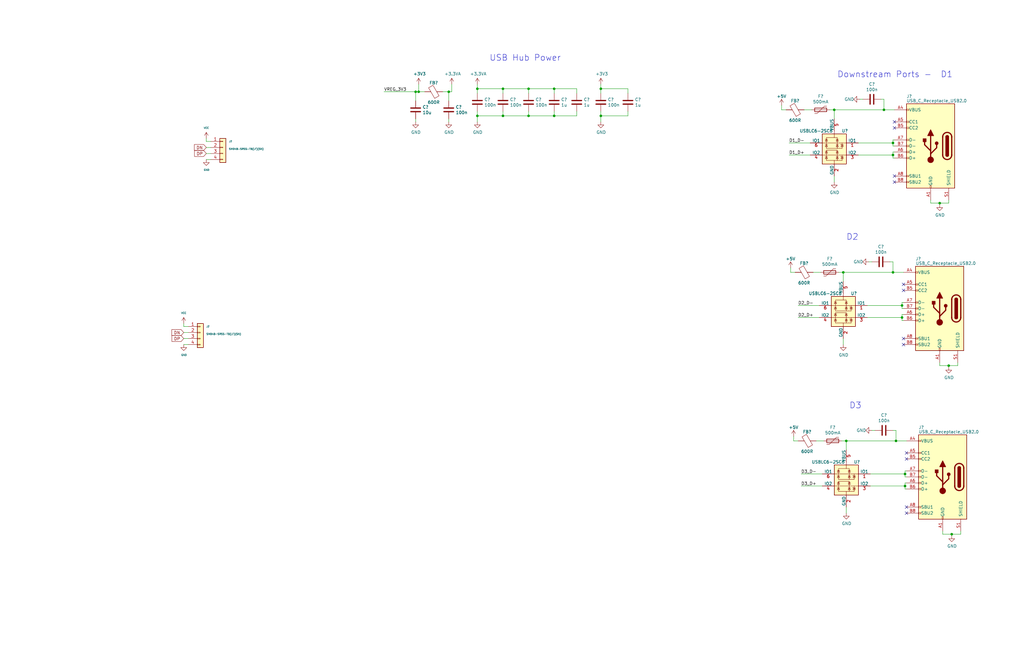
<source format=kicad_sch>
(kicad_sch (version 20211123) (generator eeschema)
  (paper "USLedger")
  (lib_symbols
    (symbol "Connector:USB_C_Receptacle_USB2.0" (pin_names (offset 1.016))
      (property "Reference" "J" (at -10.16 19.05 0))
      (property "Value" "USB_C_Receptacle_USB2.0" (at 19.05 19.05 0))
      (symbol "USB_C_Receptacle_USB2.0_0_0"
        (rectangle (start -0.254 -17.78) (end 0.254 -16.764))
        (rectangle (start 10.16 -14.986) (end 9.144 -15.494))
        (rectangle (start 10.16 -12.446) (end 9.144 -12.954))
        (rectangle (start 10.16 -4.826) (end 9.144 -5.334))
        (rectangle (start 10.16 -2.286) (end 9.144 -2.794))
        (rectangle (start 10.16 0.254) (end 9.144 -0.254))
        (rectangle (start 10.16 2.794) (end 9.144 2.286))
        (rectangle (start 10.16 7.874) (end 9.144 7.366))
        (rectangle (start 10.16 10.414) (end 9.144 9.906))
        (rectangle (start 10.16 15.494) (end 9.144 14.986))
      )
      (symbol "USB_C_Receptacle_USB2.0_0_1"
        (rectangle (start -10.16 17.78) (end 10.16 -17.78) (stroke (width 0.254)) (fill (type background)))
        (arc (start -8.89 -3.81) (mid -6.985 -5.715) (end -5.08 -3.81) (stroke (width 0.508)))
        (arc (start -7.62 -3.81) (mid -6.985 -4.445) (end -6.35 -3.81) (stroke (width 0.254)))
        (arc (start -7.62 -3.81) (mid -6.985 -4.445) (end -6.35 -3.81) (stroke (width 0.254)) (fill (type outline)))
        (rectangle (start -7.62 -3.81) (end -6.35 3.81) (stroke (width 0.254)) (fill (type outline)))
        (arc (start -6.35 3.81) (mid -6.985 4.445) (end -7.62 3.81) (stroke (width 0.254)))
        (arc (start -6.35 3.81) (mid -6.985 4.445) (end -7.62 3.81) (stroke (width 0.254)) (fill (type outline)))
        (arc (start -5.08 3.81) (mid -6.985 5.715) (end -8.89 3.81) (stroke (width 0.508)))
        (circle (center -2.54 1.143) (radius 0.635) (stroke (width 0.254)) (fill (type outline)))
        (circle (center 0 -5.842) (radius 1.27) (fill (type outline)))
        (polyline (pts (xy -8.89 -3.81) (xy -8.89 3.81)) (stroke (width 0.508)))
        (polyline (pts (xy -5.08 3.81) (xy -5.08 -3.81)) (stroke (width 0.508)))
        (polyline (pts (xy 0 -5.842) (xy 0 4.318)) (stroke (width 0.508)))
        (polyline (pts (xy 0 -3.302) (xy -2.54 -0.762) (xy -2.54 0.508)) (stroke (width 0.508)))
        (polyline (pts (xy 0 -2.032) (xy 2.54 0.508) (xy 2.54 1.778)) (stroke (width 0.508)))
        (polyline (pts (xy -1.27 4.318) (xy 0 6.858) (xy 1.27 4.318) (xy -1.27 4.318)) (stroke (width 0.254)) (fill (type outline)))
        (rectangle (start 1.905 1.778) (end 3.175 3.048) (stroke (width 0.254)) (fill (type outline)))
      )
      (symbol "USB_C_Receptacle_USB2.0_1_1"
        (pin passive line (at 0 -22.86 90) (length 5.08) (name "GND") (number "A1"))
        (pin passive line (at 0 -22.86 90) (length 5.08) hide (name "GND") (number "A12"))
        (pin passive line (at 15.24 15.24 180) (length 5.08) (name "VBUS") (number "A4"))
        (pin bidirectional line (at 15.24 10.16 180) (length 5.08) (name "CC1") (number "A5"))
        (pin bidirectional line (at 15.24 -2.54 180) (length 5.08) (name "D+") (number "A6"))
        (pin bidirectional line (at 15.24 2.54 180) (length 5.08) (name "D-") (number "A7"))
        (pin bidirectional line (at 15.24 -12.7 180) (length 5.08) (name "SBU1") (number "A8"))
        (pin passive line (at 15.24 15.24 180) (length 5.08) hide (name "VBUS") (number "A9"))
        (pin passive line (at 0 -22.86 90) (length 5.08) hide (name "GND") (number "B1"))
        (pin passive line (at 0 -22.86 90) (length 5.08) hide (name "GND") (number "B12"))
        (pin passive line (at 15.24 15.24 180) (length 5.08) hide (name "VBUS") (number "B4"))
        (pin bidirectional line (at 15.24 7.62 180) (length 5.08) (name "CC2") (number "B5"))
        (pin bidirectional line (at 15.24 -5.08 180) (length 5.08) (name "D+") (number "B6"))
        (pin bidirectional line (at 15.24 0 180) (length 5.08) (name "D-") (number "B7"))
        (pin bidirectional line (at 15.24 -15.24 180) (length 5.08) (name "SBU2") (number "B8"))
        (pin passive line (at 15.24 15.24 180) (length 5.08) hide (name "VBUS") (number "B9"))
        (pin passive line (at -7.62 -22.86 90) (length 5.08) (name "SHIELD") (number "S1"))
      )
    )
    (symbol "Connector_Generic:Conn_01x04" (pin_names (offset 1.016) hide)
      (property "Reference" "J" (at 0 5.08 0))
      (property "Value" "Conn_01x04" (at 0 -7.62 0))
      (symbol "Conn_01x04_1_1"
        (rectangle (start -1.27 -4.953) (end 0 -5.207) (stroke (width 0.1524)))
        (rectangle (start -1.27 -2.413) (end 0 -2.667) (stroke (width 0.1524)))
        (rectangle (start -1.27 0.127) (end 0 -0.127) (stroke (width 0.1524)))
        (rectangle (start -1.27 2.667) (end 0 2.413) (stroke (width 0.1524)))
        (rectangle (start -1.27 3.81) (end 1.27 -6.35) (stroke (width 0.254)) (fill (type background)))
        (pin passive line (at -5.08 2.54 0) (length 3.81) (name "Pin_1") (number "1"))
        (pin passive line (at -5.08 0 0) (length 3.81) (name "Pin_2") (number "2"))
        (pin passive line (at -5.08 -2.54 0) (length 3.81) (name "Pin_3") (number "3"))
        (pin passive line (at -5.08 -5.08 0) (length 3.81) (name "Pin_4") (number "4"))
      )
    )
    (symbol "Device:C" (pin_numbers hide) (pin_names (offset 0.254))
      (property "Reference" "C" (at 0.635 2.54 0))
      (property "Value" "C" (at 0.635 -2.54 0))
      (symbol "C_0_1"
        (polyline (pts (xy -2.032 -0.762) (xy 2.032 -0.762)) (stroke (width 0.508)))
        (polyline (pts (xy -2.032 0.762) (xy 2.032 0.762)) (stroke (width 0.508)))
      )
      (symbol "C_1_1"
        (pin passive line (at 0 3.81 270) (length 2.794) (name "~") (number "1"))
        (pin passive line (at 0 -3.81 90) (length 2.794) (name "~") (number "2"))
      )
    )
    (symbol "Device:Polyfuse" (pin_numbers hide) (pin_names (offset 0))
      (property "Reference" "F" (at -2.54 0 90))
      (property "Value" "Polyfuse" (at 2.54 0 90))
      (symbol "Polyfuse_0_1"
        (rectangle (start -0.762 2.54) (end 0.762 -2.54) (stroke (width 0.254)))
        (polyline (pts (xy 0 2.54) (xy 0 -2.54)))
        (polyline (pts (xy -1.524 2.54) (xy -1.524 1.524) (xy 1.524 -1.524) (xy 1.524 -2.54)))
      )
      (symbol "Polyfuse_1_1"
        (pin passive line (at 0 3.81 270) (length 1.27) (name "~") (number "1"))
        (pin passive line (at 0 -3.81 90) (length 1.27) (name "~") (number "2"))
      )
    )
    (symbol "josh-ic:USBLC6-2SC6" (pin_names (offset 0))
      (property "Reference" "U" (at -7.62 8.89 0))
      (property "Value" "josh-ic_USBLC6-2SC6" (at 7.62 7.62 0))
      (symbol "USBLC6-2SC6_0_1"
        (rectangle (start -5.08 -6.35) (end 5.08 6.35) (stroke (width 0.254)) (fill (type background)))
        (polyline (pts (xy -5.08 -2.54) (xy 5.08 -2.54)))
        (polyline (pts (xy 5.08 2.54) (xy -5.08 2.54)))
      )
      (symbol "USBLC6-2SC6_1_1"
        (polyline (pts (xy 0 4.826) (xy 0 7.62)))
        (polyline (pts (xy -3.302 -4.826) (xy -1.27 -4.826) (xy -1.27 -4.826)))
        (polyline (pts (xy -3.302 -3.302) (xy -3.302 -2.54) (xy -3.302 -2.54)))
        (polyline (pts (xy -3.302 0.254) (xy -3.302 1.778) (xy -3.302 1.016)))
        (polyline (pts (xy -3.302 0.254) (xy -1.27 0.254) (xy -1.27 0.254)))
        (polyline (pts (xy -3.302 1.778) (xy -3.302 2.54) (xy -3.302 2.54)))
        (polyline (pts (xy -1.778 -3.302) (xy -1.27 -3.302) (xy -0.762 -3.302)))
        (polyline (pts (xy -1.778 -1.016) (xy -1.27 -1.016) (xy -0.762 -1.016)))
        (polyline (pts (xy -1.778 1.778) (xy -1.27 1.778) (xy -0.762 1.778)))
        (polyline (pts (xy -1.778 4.064) (xy -1.27 4.064) (xy -0.762 4.064)))
        (polyline (pts (xy -1.27 -4.826) (xy -1.27 -3.302) (xy -1.27 -4.064)))
        (polyline (pts (xy -1.27 -4.826) (xy 3.302 -4.826) (xy 3.302 -4.826)))
        (polyline (pts (xy -1.27 -1.016) (xy -1.27 -0.508) (xy -1.27 -0.508)))
        (polyline (pts (xy -1.27 -0.508) (xy 3.302 -0.508) (xy 3.302 -0.508)))
        (polyline (pts (xy -1.27 0.254) (xy -1.27 1.778) (xy -1.27 1.016)))
        (polyline (pts (xy -1.27 0.254) (xy 3.302 0.254) (xy 3.302 0.254)))
        (polyline (pts (xy 0 -6.35) (xy 0 -4.826) (xy 0 -4.826)))
        (polyline (pts (xy 2.794 -3.302) (xy 3.302 -3.302) (xy 3.81 -3.302)))
        (polyline (pts (xy 2.794 -1.016) (xy 3.302 -1.016) (xy 3.81 -1.016)))
        (polyline (pts (xy 2.794 1.778) (xy 3.302 1.778) (xy 3.81 1.778)))
        (polyline (pts (xy 2.794 4.064) (xy 3.302 4.064) (xy 3.81 4.064)))
        (polyline (pts (xy 3.302 -1.016) (xy 3.302 -0.508) (xy 3.302 -0.508)))
        (polyline (pts (xy -3.302 -4.826) (xy -3.302 -3.302) (xy -3.302 -4.064) (xy -3.302 -4.064)))
        (polyline (pts (xy 3.302 -4.826) (xy 3.302 -3.302) (xy 3.302 -4.064) (xy 3.302 -4.064)))
        (polyline (pts (xy 3.302 0.254) (xy 3.302 1.778) (xy 3.302 1.016) (xy 3.302 1.016)))
        (polyline (pts (xy -3.302 -3.302) (xy -3.81 -4.064) (xy -2.794 -4.064) (xy -3.302 -3.302) (xy -3.302 -3.302)))
        (polyline (pts (xy -3.302 1.778) (xy -3.81 1.016) (xy -2.794 1.016) (xy -3.302 1.778) (xy -3.302 1.778)))
        (polyline (pts (xy -2.794 -3.048) (xy -2.794 -3.302) (xy -3.81 -3.302) (xy -3.81 -3.556) (xy -3.81 -3.556)))
        (polyline (pts (xy -2.794 2.032) (xy -2.794 1.778) (xy -3.81 1.778) (xy -3.81 1.524) (xy -3.81 1.524)))
        (polyline (pts (xy -1.27 -3.302) (xy -1.778 -4.064) (xy -0.762 -4.064) (xy -1.27 -3.302) (xy -1.27 -3.302)))
        (polyline (pts (xy -1.27 -3.302) (xy -1.27 -1.016) (xy -1.27 -1.778) (xy -1.27 -1.778) (xy -1.27 -1.778)))
        (polyline (pts (xy -1.27 -1.016) (xy -1.778 -1.778) (xy -0.762 -1.778) (xy -1.27 -1.016) (xy -1.27 -1.016)))
        (polyline (pts (xy -1.27 1.778) (xy -1.778 1.016) (xy -0.762 1.016) (xy -1.27 1.778) (xy -1.27 1.778)))
        (polyline (pts (xy -1.27 1.778) (xy -1.27 4.064) (xy -1.27 3.302) (xy -1.27 3.302) (xy -1.27 3.302)))
        (polyline (pts (xy -1.27 4.064) (xy -1.778 3.302) (xy -0.762 3.302) (xy -1.27 4.064) (xy -1.27 4.064)))
        (polyline (pts (xy -1.27 4.064) (xy -1.27 4.826) (xy 3.302 4.826) (xy 3.302 4.064) (xy 3.302 4.064)))
        (polyline (pts (xy 3.302 -3.302) (xy 2.794 -4.064) (xy 3.81 -4.064) (xy 3.302 -3.302) (xy 3.302 -3.302)))
        (polyline (pts (xy 3.302 -3.302) (xy 3.302 -1.016) (xy 3.302 -1.778) (xy 3.302 -1.778) (xy 3.302 -1.778)))
        (polyline (pts (xy 3.302 -1.016) (xy 2.794 -1.778) (xy 3.81 -1.778) (xy 3.302 -1.016) (xy 3.302 -1.016)))
        (polyline (pts (xy 3.302 1.778) (xy 2.794 1.016) (xy 3.81 1.016) (xy 3.302 1.778) (xy 3.302 1.778)))
        (polyline (pts (xy 3.302 1.778) (xy 3.302 4.064) (xy 3.302 3.302) (xy 3.302 3.302) (xy 3.302 3.302)))
        (polyline (pts (xy 3.302 4.064) (xy 2.794 3.302) (xy 3.81 3.302) (xy 3.302 4.064) (xy 3.302 4.064)))
        (pin passive line (at -10.16 2.54 0) (length 5.08) (name "IO1") (number "1"))
        (pin passive line (at 0 -11.43 90) (length 5.08) (name "GND") (number "2"))
        (pin passive line (at -10.16 -2.54 0) (length 5.08) (name "IO2") (number "3"))
        (pin passive line (at 10.16 -2.54 180) (length 5.08) (name "IO2") (number "4"))
        (pin passive line (at 0 12.7 270) (length 5.08) (name "VBUS") (number "5"))
        (pin passive line (at 10.16 2.54 180) (length 5.08) (name "IO1") (number "6"))
      )
    )
    (symbol "josh-passive:Ferrite_Bead_PWR" (pin_numbers hide) (pin_names (offset 0))
      (property "Reference" "FB" (at -2.54 1.27 0))
      (property "Value" "josh-passive_Ferrite_Bead_PWR" (at 0 3.81 0))
      (symbol "Ferrite_Bead_PWR_0_1"
        (polyline (pts (xy -1.27 0) (xy -1.2192 0)))
        (polyline (pts (xy 1.27 0) (xy 1.2954 0)))
        (polyline (pts (xy 0.4064 2.7686) (xy 2.2606 1.7018) (xy -0.3048 -2.7686) (xy -2.159 -1.6764) (xy 0.4064 2.7686)))
      )
      (symbol "Ferrite_Bead_PWR_1_1"
        (pin power_out line (at 3.81 0 180) (length 2.54) (name "~") (number "1"))
        (pin passive line (at -3.81 0 0) (length 2.54) (name "~") (number "2"))
      )
    )
    (symbol "power:+3.3V" (power) (pin_names (offset 0))
      (property "Value" "+3.3V" (at 0 3.556 0))
      (symbol "+3.3V_0_1"
        (polyline (pts (xy -0.762 1.27) (xy 0 2.54)))
        (polyline (pts (xy 0 0) (xy 0 2.54)))
        (polyline (pts (xy 0 2.54) (xy 0.762 1.27)))
      )
      (symbol "+3.3V_1_1"
        (pin power_in line (at 0 0 90) (length 0) hide (name "+3V3") (number "1"))
      )
    )
    (symbol "power:+3.3VA" (power) (pin_names (offset 0))
      (property "Value" "+3.3VA" (at 0 3.556 0))
      (symbol "+3.3VA_0_1"
        (polyline (pts (xy -0.762 1.27) (xy 0 2.54)))
        (polyline (pts (xy 0 0) (xy 0 2.54)))
        (polyline (pts (xy 0 2.54) (xy 0.762 1.27)))
      )
      (symbol "+3.3VA_1_1"
        (pin power_in line (at 0 0 90) (length 0) hide (name "+3.3VA") (number "1"))
      )
    )
    (symbol "power:+5V" (power) (pin_names (offset 0))
      (property "Value" "+5V" (at 0 3.556 0))
      (symbol "+5V_0_1"
        (polyline (pts (xy -0.762 1.27) (xy 0 2.54)))
        (polyline (pts (xy 0 0) (xy 0 2.54)))
        (polyline (pts (xy 0 2.54) (xy 0.762 1.27)))
      )
      (symbol "+5V_1_1"
        (pin power_in line (at 0 0 90) (length 0) hide (name "+5V") (number "1"))
      )
    )
    (symbol "power:GND" (power) (pin_names (offset 0))
      (property "Value" "GND" (at 0 -3.81 0))
      (symbol "GND_0_1"
        (polyline (pts (xy 0 0) (xy 0 -1.27) (xy 1.27 -1.27) (xy 0 -2.54) (xy -1.27 -1.27) (xy 0 -1.27)))
      )
      (symbol "GND_1_1"
        (pin power_in line (at 0 0 270) (length 0) hide (name "GND") (number "1"))
      )
    )
    (symbol "power:VCC" (power) (pin_names (offset 0))
      (property "Value" "VCC" (at 0 3.81 0))
      (symbol "VCC_0_1"
        (polyline (pts (xy -0.762 1.27) (xy 0 2.54)))
        (polyline (pts (xy 0 0) (xy 0 2.54)))
        (polyline (pts (xy 0 2.54) (xy 0.762 1.27)))
      )
      (symbol "VCC_1_1"
        (pin power_in line (at 0 0 90) (length 0) hide (name "VCC") (number "1"))
      )
    )
  )
  (junction (at 376.555 60.325))
  (junction (at 380.365 133.985))
  (junction (at 201.295 48.895))
  (junction (at 212.09 48.895))
  (junction (at 253.365 48.895))
  (junction (at 356.87 186.055))
  (junction (at 351.79 46.355))
  (junction (at 222.885 37.465))
  (junction (at 201.295 37.465))
  (junction (at 401.32 225.425))
  (junction (at 233.68 37.465))
  (junction (at 233.68 48.895))
  (junction (at 372.745 46.355))
  (junction (at 222.885 48.895))
  (junction (at 400.05 154.305))
  (junction (at 377.825 186.055))
  (junction (at 189.23 38.735))
  (junction (at 355.6 114.935))
  (junction (at 396.24 85.725))
  (junction (at 376.555 114.935))
  (junction (at 175.26 38.735))
  (junction (at 253.365 37.465))
  (junction (at 381.635 205.105))
  (junction (at 380.365 128.905))
  (junction (at 381.635 200.025))
  (junction (at 376.555 65.405))
  (junction (at 212.09 37.465))
  (junction (at 176.53 38.735))
  (no_connect (at 382.27 216.535))
  (no_connect (at 377.19 51.435))
  (no_connect (at 381 145.415))
  (no_connect (at 381 120.015))
  (no_connect (at 382.27 193.675))
  (no_connect (at 381 122.555))
  (no_connect (at 377.19 53.975))
  (no_connect (at 377.19 76.835))
  (no_connect (at 377.19 74.295))
  (no_connect (at 381 142.875))
  (no_connect (at 382.27 191.135))
  (no_connect (at 382.27 213.995))
  (wire (pts (xy 212.09 46.99) (xy 212.09 48.895)))
  (wire (pts (xy 392.43 84.455) (xy 392.43 85.725)))
  (wire (pts (xy 367.03 200.025) (xy 381.635 200.025)))
  (wire (pts (xy 212.09 37.465) (xy 222.885 37.465)))
  (wire (pts (xy 189.23 42.545) (xy 189.23 38.735)))
  (wire (pts (xy 88.9 62.23) (xy 86.995 62.23)))
  (wire (pts (xy 380.365 132.715) (xy 381 132.715)))
  (wire (pts (xy 376.555 181.61) (xy 377.825 181.61)))
  (wire (pts (xy 376.555 59.055) (xy 376.555 60.325)))
  (wire (pts (xy 243.205 46.99) (xy 243.205 48.895)))
  (wire (pts (xy 381.635 200.025) (xy 381.635 201.295)))
  (wire (pts (xy 243.205 37.465) (xy 243.205 39.37)))
  (wire (pts (xy 176.53 38.735) (xy 179.07 38.735)))
  (wire (pts (xy 362.585 41.91) (xy 363.855 41.91)))
  (wire (pts (xy 79.375 140.335) (xy 77.47 140.335)))
  (wire (pts (xy 77.47 145.415) (xy 79.375 145.415)))
  (wire (pts (xy 77.47 136.525) (xy 77.47 137.795)))
  (wire (pts (xy 347.345 186.055) (xy 344.17 186.055)))
  (wire (pts (xy 264.795 48.895) (xy 253.365 48.895)))
  (wire (pts (xy 381 135.255) (xy 380.365 135.255)))
  (wire (pts (xy 403.86 154.305) (xy 403.86 153.035)))
  (wire (pts (xy 381.635 198.755) (xy 381.635 200.025)))
  (wire (pts (xy 381.635 203.835) (xy 381.635 205.105)))
  (wire (pts (xy 405.13 225.425) (xy 405.13 224.155)))
  (wire (pts (xy 176.53 35.56) (xy 176.53 38.735)))
  (wire (pts (xy 366.395 110.49) (xy 367.665 110.49)))
  (wire (pts (xy 86.995 58.42) (xy 86.995 59.69)))
  (wire (pts (xy 372.745 41.91) (xy 372.745 46.355)))
  (wire (pts (xy 396.24 154.305) (xy 400.05 154.305)))
  (wire (pts (xy 376.555 59.055) (xy 377.19 59.055)))
  (wire (pts (xy 376.555 64.135) (xy 376.555 65.405)))
  (wire (pts (xy 401.32 225.425) (xy 405.13 225.425)))
  (wire (pts (xy 190.5 35.56) (xy 190.5 38.735)))
  (wire (pts (xy 212.09 37.465) (xy 212.09 39.37)))
  (wire (pts (xy 365.76 128.905) (xy 380.365 128.905)))
  (wire (pts (xy 175.26 50.165) (xy 175.26 51.435)))
  (wire (pts (xy 381.635 205.105) (xy 381.635 206.375)))
  (wire (pts (xy 345.44 128.905) (xy 336.55 128.905)))
  (wire (pts (xy 351.79 46.355) (xy 351.79 50.165)))
  (wire (pts (xy 376.555 114.935) (xy 381 114.935)))
  (wire (pts (xy 346.075 114.935) (xy 342.9 114.935)))
  (wire (pts (xy 376.555 60.325) (xy 376.555 61.595)))
  (wire (pts (xy 329.565 46.355) (xy 329.565 44.45)))
  (wire (pts (xy 353.695 114.935) (xy 355.6 114.935)))
  (wire (pts (xy 380.365 128.905) (xy 380.365 130.175)))
  (wire (pts (xy 86.995 67.31) (xy 88.9 67.31)))
  (wire (pts (xy 400.05 85.725) (xy 400.05 84.455)))
  (wire (pts (xy 189.23 38.735) (xy 190.5 38.735)))
  (wire (pts (xy 161.925 38.735) (xy 175.26 38.735)))
  (wire (pts (xy 372.745 46.355) (xy 351.79 46.355)))
  (wire (pts (xy 397.51 224.155) (xy 397.51 225.425)))
  (wire (pts (xy 201.295 37.465) (xy 201.295 39.37)))
  (wire (pts (xy 396.24 85.725) (xy 400.05 85.725)))
  (wire (pts (xy 222.885 37.465) (xy 233.68 37.465)))
  (wire (pts (xy 201.295 48.895) (xy 201.295 51.435)))
  (wire (pts (xy 372.745 46.355) (xy 377.19 46.355)))
  (wire (pts (xy 377.825 181.61) (xy 377.825 186.055)))
  (wire (pts (xy 233.68 46.99) (xy 233.68 48.895)))
  (wire (pts (xy 334.645 186.055) (xy 336.55 186.055)))
  (wire (pts (xy 380.365 132.715) (xy 380.365 133.985)))
  (wire (pts (xy 371.475 41.91) (xy 372.745 41.91)))
  (wire (pts (xy 329.565 46.355) (xy 331.47 46.355)))
  (wire (pts (xy 396.24 153.035) (xy 396.24 154.305)))
  (wire (pts (xy 376.555 64.135) (xy 377.19 64.135)))
  (wire (pts (xy 382.27 201.295) (xy 381.635 201.295)))
  (wire (pts (xy 222.885 48.895) (xy 212.09 48.895)))
  (wire (pts (xy 354.965 186.055) (xy 356.87 186.055)))
  (wire (pts (xy 382.27 206.375) (xy 381.635 206.375)))
  (wire (pts (xy 264.795 46.99) (xy 264.795 48.895)))
  (wire (pts (xy 397.51 225.425) (xy 401.32 225.425)))
  (wire (pts (xy 253.365 48.895) (xy 253.365 51.435)))
  (wire (pts (xy 349.885 46.355) (xy 351.79 46.355)))
  (wire (pts (xy 189.23 50.165) (xy 189.23 51.435)))
  (wire (pts (xy 376.555 110.49) (xy 376.555 114.935)))
  (wire (pts (xy 392.43 85.725) (xy 396.24 85.725)))
  (wire (pts (xy 400.05 154.305) (xy 403.86 154.305)))
  (wire (pts (xy 201.295 46.99) (xy 201.295 48.895)))
  (wire (pts (xy 367.665 181.61) (xy 368.935 181.61)))
  (wire (pts (xy 212.09 48.895) (xy 201.295 48.895)))
  (wire (pts (xy 341.63 60.325) (xy 332.74 60.325)))
  (wire (pts (xy 334.645 186.055) (xy 334.645 184.15)))
  (wire (pts (xy 86.995 59.69) (xy 88.9 59.69)))
  (wire (pts (xy 222.885 46.99) (xy 222.885 48.895)))
  (wire (pts (xy 332.74 65.405) (xy 341.63 65.405)))
  (wire (pts (xy 377.19 61.595) (xy 376.555 61.595)))
  (wire (pts (xy 381.635 198.755) (xy 382.27 198.755)))
  (wire (pts (xy 253.365 35.56) (xy 253.365 37.465)))
  (wire (pts (xy 233.68 37.465) (xy 243.205 37.465)))
  (wire (pts (xy 361.95 65.405) (xy 376.555 65.405)))
  (wire (pts (xy 377.19 66.675) (xy 376.555 66.675)))
  (wire (pts (xy 189.23 38.735) (xy 186.69 38.735)))
  (wire (pts (xy 264.795 37.465) (xy 253.365 37.465)))
  (wire (pts (xy 367.03 205.105) (xy 381.635 205.105)))
  (wire (pts (xy 77.47 137.795) (xy 79.375 137.795)))
  (wire (pts (xy 365.76 133.985) (xy 380.365 133.985)))
  (wire (pts (xy 77.47 142.875) (xy 79.375 142.875)))
  (wire (pts (xy 380.365 127.635) (xy 381 127.635)))
  (wire (pts (xy 175.26 38.735) (xy 176.53 38.735)))
  (wire (pts (xy 380.365 133.985) (xy 380.365 135.255)))
  (wire (pts (xy 401.32 226.06) (xy 401.32 225.425)))
  (wire (pts (xy 400.05 154.94) (xy 400.05 154.305)))
  (wire (pts (xy 333.375 114.935) (xy 335.28 114.935)))
  (wire (pts (xy 355.6 114.935) (xy 355.6 118.745)))
  (wire (pts (xy 212.09 37.465) (xy 201.295 37.465)))
  (wire (pts (xy 264.795 37.465) (xy 264.795 39.37)))
  (wire (pts (xy 381 130.175) (xy 380.365 130.175)))
  (wire (pts (xy 356.87 213.995) (xy 356.87 216.535)))
  (wire (pts (xy 336.55 133.985) (xy 345.44 133.985)))
  (wire (pts (xy 376.555 65.405) (xy 376.555 66.675)))
  (wire (pts (xy 253.365 37.465) (xy 253.365 39.37)))
  (wire (pts (xy 233.68 48.895) (xy 222.885 48.895)))
  (wire (pts (xy 346.71 200.025) (xy 337.82 200.025)))
  (wire (pts (xy 380.365 127.635) (xy 380.365 128.905)))
  (wire (pts (xy 356.87 186.055) (xy 356.87 189.865)))
  (wire (pts (xy 377.825 186.055) (xy 356.87 186.055)))
  (wire (pts (xy 253.365 46.99) (xy 253.365 48.895)))
  (wire (pts (xy 337.82 205.105) (xy 346.71 205.105)))
  (wire (pts (xy 351.79 74.295) (xy 351.79 76.835)))
  (wire (pts (xy 375.285 110.49) (xy 376.555 110.49)))
  (wire (pts (xy 201.295 35.56) (xy 201.295 37.465)))
  (wire (pts (xy 222.885 37.465) (xy 222.885 39.37)))
  (wire (pts (xy 333.375 114.935) (xy 333.375 113.03)))
  (wire (pts (xy 381.635 203.835) (xy 382.27 203.835)))
  (wire (pts (xy 355.6 142.875) (xy 355.6 145.415)))
  (wire (pts (xy 361.95 60.325) (xy 376.555 60.325)))
  (wire (pts (xy 233.68 37.465) (xy 233.68 39.37)))
  (wire (pts (xy 377.825 186.055) (xy 382.27 186.055)))
  (wire (pts (xy 342.265 46.355) (xy 339.09 46.355)))
  (wire (pts (xy 376.555 114.935) (xy 355.6 114.935)))
  (wire (pts (xy 396.24 86.36) (xy 396.24 85.725)))
  (wire (pts (xy 175.26 42.545) (xy 175.26 38.735)))
  (wire (pts (xy 243.205 48.895) (xy 233.68 48.895)))
  (wire (pts (xy 86.995 64.77) (xy 88.9 64.77)))
  (text "USB Hub Power" (at 206.375 26.035 0) (effects (font (size 2.54 2.54)) (justify left bottom)))
  (text "D2" (at 356.87 101.6 0) (effects (font (size 2.54 2.54)) (justify left bottom)))
  (text "D3" (at 358.14 172.72 0) (effects (font (size 2.54 2.54)) (justify left bottom)))
  (text "Downstream Ports -  D1" (at 353.06 33.02 0) (effects (font (size 2.54 2.54)) (justify left bottom)))
  (label "D1_D-" (at 332.74 60.325 0))
  (label "VREG_3V3" (at 161.925 38.735 0))
  (label "D1_D+" (at 332.74 65.405 0))
  (label "D3_D+" (at 337.82 205.105 0))
  (label "D2_D+" (at 336.55 133.985 0))
  (label "D2_D-" (at 336.55 128.905 0))
  (label "D3_D-" (at 337.82 200.025 0))
  (global_label "DP" (shape input) (at 77.47 142.875 180) (property "Intersheet References" "${INTERSHEET_REFS}" (effects hide)))
  (global_label "DP" (shape input) (at 86.995 64.77 180) (property "Intersheet References" "${INTERSHEET_REFS}" (effects hide)))
  (global_label "DN" (shape input) (at 86.995 62.23 180) (property "Intersheet References" "${INTERSHEET_REFS}" (effects hide)))
  (global_label "DN" (shape input) (at 77.47 140.335 180) (property "Intersheet References" "${INTERSHEET_REFS}" (effects hide)))
  (symbol (lib_id "power:GND") (at 351.79 76.835 0) (unit 1)
    (property "Reference" "#PWR0133" (effects hide))
    (property "Value" "GND" (at 351.917 81.2292 0))
  )
  (symbol (lib_id "Device:Polyfuse") (at 351.155 186.055 270) (unit 1)
    (property "Reference" "F?" (at 351.155 180.34 90))
    (property "Value" "500mA" (at 351.155 182.6514 90))
    (property "Footprint" "josh-passives-smt:Fuse_0805_2012Metric" (effects hide))
    (property "DigiKey" "F2772CT-ND" (effects hide))
    (property "LCSC" "C207022" (effects hide))
    (property "MPN" "0805L050WR" (effects hide))
    (property "Manufacturer" "Littelfuse" (effects hide))
    (property "Substitue Allowed?" "Y - 500mA hold / 1A trip" (effects hide))
  )
  (symbol (lib_id "power:+3.3VA") (at 201.295 35.56 0) (unit 1)
    (property "Reference" "#PWR0143" (effects hide))
    (property "Value" "+3.3VA" (at 201.676 31.1658 0))
  )
  (symbol (lib_id "Device:C") (at 189.23 46.355 0) (unit 1)
    (property "Reference" "C?" (at 192.151 45.1866 0) (effects (justify left)))
    (property "Value" "100n" (at 192.151 47.498 0) (effects (justify left)))
    (property "Footprint" "Capacitor_SMD:C_0603_1608Metric" (effects hide))
    (property "DigiKey" "1276-1000-1-ND\r" (effects hide))
    (property "MPN" "CL10B104KB8NNNC\r" (effects hide))
    (property "Substitue Allowed?" "Y - X5R or better" (effects hide))
    (property "LCSC" "C1591\r" (effects hide))
    (property "Manufacturer" "Samsung Electro-Mechanics\r" (effects hide))
  )
  (symbol (lib_id "Connector:USB_C_Receptacle_USB2.0") (at 392.43 61.595 0) (mirror y) (unit 1)
    (property "Reference" "J?" (at 382.27 40.64 0) (effects (justify right)))
    (property "Value" "USB_C_Receptacle_USB2.0" (at 382.27 42.545 0) (effects (justify right)))
    (property "Footprint" "Connector_USB:USB_C_Receptacle_HRO_TYPE-C-31-M-12" (effects hide))
    (property "Datasheet" "https://www.usb.org/sites/default/files/documents/usb_type-c.zip" (effects hide))
    (property "LCSC" "C319148" (effects hide))
    (property "MPN" "U262-161N-4BVC11" (effects hide))
    (property "Notes" "Cannot source from DigiKey\r" (effects hide))
    (property "Substitue Allowed?" "Y - Footprint / pinout compatiable" (effects hide))
    (property "Manufacturer" "XKB Enterprise\r" (effects hide))
  )
  (symbol (lib_id "josh-passive:Ferrite_Bead_PWR") (at 339.09 114.935 0) (mirror x) (unit 1)
    (property "Reference" "FB?" (at 339.09 111.125 0))
    (property "Value" "600R" (at 339.09 119.38 0))
    (property "Footprint" "josh-passives-smt:Ferrite_Bead_0603" (effects hide))
    (property "LCSC" "C85833" (effects hide))
    (property "MPN" "BLM18KG601SN1D" (effects hide))
    (property "DigiKey" " 490-5258-1-ND " (effects hide))
    (property "Substitue Allowed?" "Y - 600R, > 1A current" (effects hide))
    (property "Manufacturer" "Murata\r" (effects hide))
  )
  (symbol (lib_id "Device:C") (at 367.665 41.91 270) (unit 1)
    (property "Reference" "C?" (at 367.665 35.5092 90))
    (property "Value" "100n" (at 367.665 37.8206 90))
    (property "Footprint" "Capacitor_SMD:C_0603_1608Metric" (effects hide))
    (property "DigiKey" "1276-1000-1-ND\r" (effects hide))
    (property "LCSC" "C1591\r" (effects hide))
    (property "MPN" "CL10B104KB8NNNC\r" (effects hide))
    (property "Manufacturer" "Samsung Electro-Mechanics\r" (effects hide))
    (property "Substitue Allowed?" "Y - X5R or better" (effects hide))
  )
  (symbol (lib_id "Device:C") (at 222.885 43.18 0) (unit 1)
    (property "Reference" "C?" (at 225.806 42.0116 0) (effects (justify left)))
    (property "Value" "100n" (at 225.806 44.323 0) (effects (justify left)))
    (property "Footprint" "Capacitor_SMD:C_0603_1608Metric" (effects hide))
    (property "DigiKey" "1276-1000-1-ND\r" (effects hide))
    (property "MPN" "CL10B104KB8NNNC\r" (effects hide))
    (property "Substitue Allowed?" "Y - X5R or better" (effects hide))
    (property "LCSC" "C1591\r" (effects hide))
    (property "Manufacturer" "Samsung Electro-Mechanics\r" (effects hide))
  )
  (symbol (lib_id "power:GND") (at 189.23 51.435 0) (unit 1)
    (property "Reference" "#PWR0140" (effects hide))
    (property "Value" "GND" (at 189.357 55.8292 0))
  )
  (symbol (lib_id "Device:C") (at 372.745 181.61 270) (unit 1)
    (property "Reference" "C?" (at 372.745 175.2092 90))
    (property "Value" "100n" (at 372.745 177.5206 90))
    (property "Footprint" "Capacitor_SMD:C_0603_1608Metric" (effects hide))
    (property "DigiKey" "1276-1000-1-ND\r" (effects hide))
    (property "LCSC" "C1591\r" (effects hide))
    (property "MPN" "CL10B104KB8NNNC\r" (effects hide))
    (property "Manufacturer" "Samsung Electro-Mechanics\r" (effects hide))
    (property "Substitue Allowed?" "Y - X5R or better" (effects hide))
  )
  (symbol (lib_id "josh-ic:USBLC6-2SC6") (at 355.6 131.445 0) (mirror y) (unit 1)
    (property "Reference" "U?" (at 360.045 123.825 0))
    (property "Value" "USBLC6-2SC6" (at 347.98 123.825 0))
    (property "Footprint" "Package_TO_SOT_SMD:SOT-23-6" (effects hide))
    (property "Datasheet" "http://www2.st.com/resource/en/datasheet/CD00050750.pdf" (effects hide))
    (property "DigiKey" "497-5235-1-ND \r" (effects hide))
    (property "LCSC" "C7519\r" (effects hide))
    (property "MPN" "USBLC6-2SC6\r" (effects hide))
    (property "Manufacturer" "STMicroelectronics" (effects hide))
    (property "Substitue Allowed?" "N" (effects hide))
  )
  (symbol (lib_id "Connector_Generic:Conn_01x04") (at 93.98 62.23 0) (unit 1)
    (property "Reference" "J?" (at 96.52 59.69 0) (effects (font (size 0.75 0.75)) (justify left)))
    (property "Value" "SM04B-SRSS-TB(LF)(SN)" (at 96.52 62.865 0) (effects (font (size 0.75 0.75)) (justify left)))
    (property "Footprint" "random-keyboard-parts:JST-SR-4" (effects hide))
    (property "Manufacturer" "JST Sales America" (effects hide))
    (property "Manufacturer Part No" "SM04B-SRSS-TB(LF)(SN)" (effects hide))
    (property "LCSC Part No" "C160404" (effects hide))
  )
  (symbol (lib_id "power:+3.3V") (at 176.53 35.56 0) (unit 1)
    (property "Reference" "#PWR0138" (effects hide))
    (property "Value" "+3.3V" (at 176.911 31.1658 0))
  )
  (symbol (lib_id "Device:C") (at 243.205 43.18 0) (unit 1)
    (property "Reference" "C?" (at 246.126 42.0116 0) (effects (justify left)))
    (property "Value" "1u" (at 246.126 44.323 0) (effects (justify left)))
    (property "Footprint" "Capacitor_SMD:C_0603_1608Metric" (effects hide))
    (property "DigiKey" "1276-1866-1-ND \r" (effects hide))
    (property "MPN" "CL10A105MP8NNNC \r" (effects hide))
    (property "Substitue Allowed?" "Y - X5R or better" (effects hide))
    (property "LCSC" "C29936\r" (effects hide))
    (property "Manufacturer" "Samsung Electro-Mechanics\r" (effects hide))
  )
  (symbol (lib_id "power:+3.3V") (at 253.365 35.56 0) (unit 1)
    (property "Reference" "#PWR0123" (effects hide))
    (property "Value" "+3.3V" (at 253.746 31.1658 0))
  )
  (symbol (lib_id "Device:C") (at 233.68 43.18 0) (unit 1)
    (property "Reference" "C?" (at 236.601 42.0116 0) (effects (justify left)))
    (property "Value" "1u" (at 236.601 44.323 0) (effects (justify left)))
    (property "Footprint" "Capacitor_SMD:C_0603_1608Metric" (effects hide))
    (property "DigiKey" "1276-1866-1-ND \r" (effects hide))
    (property "MPN" "CL10A105MP8NNNC \r" (effects hide))
    (property "Substitue Allowed?" "Y - X5R or better" (effects hide))
    (property "LCSC" "C29936\r" (effects hide))
    (property "Manufacturer" "Samsung Electro-Mechanics\r" (effects hide))
  )
  (symbol (lib_id "josh-passive:Ferrite_Bead_PWR") (at 335.28 46.355 0) (mirror x) (unit 1)
    (property "Reference" "FB?" (at 335.28 42.545 0))
    (property "Value" "600R" (at 335.28 50.8 0))
    (property "Footprint" "josh-passives-smt:Ferrite_Bead_0603" (effects hide))
    (property "LCSC" "C85833" (effects hide))
    (property "MPN" "BLM18KG601SN1D" (effects hide))
    (property "DigiKey" " 490-5258-1-ND " (effects hide))
    (property "Substitue Allowed?" "Y - 600R, > 1A current" (effects hide))
    (property "Manufacturer" "Murata\r" (effects hide))
  )
  (symbol (lib_id "Device:C") (at 264.795 43.18 0) (unit 1)
    (property "Reference" "C?" (at 267.716 42.0116 0) (effects (justify left)))
    (property "Value" "1u" (at 267.716 44.323 0) (effects (justify left)))
    (property "Footprint" "Capacitor_SMD:C_0603_1608Metric" (effects hide))
    (property "DigiKey" "1276-1866-1-ND \r" (effects hide))
    (property "MPN" "CL10A105MP8NNNC \r" (effects hide))
    (property "Substitue Allowed?" "Y - X5R or better" (effects hide))
    (property "LCSC" "C29936\r" (effects hide))
    (property "Manufacturer" "Samsung Electro-Mechanics\r" (effects hide))
  )
  (symbol (lib_id "power:GND") (at 401.32 226.06 0) (unit 1)
    (property "Reference" "#PWR0126" (effects hide))
    (property "Value" "GND" (at 401.447 230.4542 0))
  )
  (symbol (lib_id "josh-ic:USBLC6-2SC6") (at 356.87 202.565 0) (mirror y) (unit 1)
    (property "Reference" "U?" (at 361.315 194.945 0))
    (property "Value" "USBLC6-2SC6" (at 349.25 194.945 0))
    (property "Footprint" "Package_TO_SOT_SMD:SOT-23-6" (effects hide))
    (property "Datasheet" "http://www2.st.com/resource/en/datasheet/CD00050750.pdf" (effects hide))
    (property "DigiKey" "497-5235-1-ND \r" (effects hide))
    (property "LCSC" "C7519\r" (effects hide))
    (property "MPN" "USBLC6-2SC6\r" (effects hide))
    (property "Manufacturer" "STMicroelectronics" (effects hide))
    (property "Substitue Allowed?" "N" (effects hide))
  )
  (symbol (lib_id "power:GND") (at 201.295 51.435 0) (unit 1)
    (property "Reference" "#PWR0139" (effects hide))
    (property "Value" "GND" (at 201.422 55.8292 0))
  )
  (symbol (lib_id "Device:Polyfuse") (at 346.075 46.355 270) (unit 1)
    (property "Reference" "F?" (at 346.075 40.64 90))
    (property "Value" "500mA" (at 346.075 42.9514 90))
    (property "Footprint" "josh-passives-smt:Fuse_0805_2012Metric" (effects hide))
    (property "DigiKey" "F2772CT-ND" (effects hide))
    (property "LCSC" "C207022" (effects hide))
    (property "MPN" "0805L050WR" (effects hide))
    (property "Manufacturer" "Littelfuse" (effects hide))
    (property "Substitue Allowed?" "Y - 500mA hold / 1A trip" (effects hide))
  )
  (symbol (lib_id "Device:C") (at 175.26 46.355 0) (unit 1)
    (property "Reference" "C?" (at 178.181 45.1866 0) (effects (justify left)))
    (property "Value" "10u" (at 178.181 47.498 0) (effects (justify left)))
    (property "Footprint" "Capacitor_SMD:C_0603_1608Metric" (effects hide))
    (property "DigiKey" "1276-1871-1-ND" (effects hide))
    (property "MPN" "CL10A106MP8NNNC" (effects hide))
    (property "Substitue Allowed?" "Y - X5R or better" (effects hide))
    (property "LCSC" "C85713" (effects hide))
    (property "Manufacturer" "Samsung Electro-Mechanics\r" (effects hide))
  )
  (symbol (lib_id "Connector:USB_C_Receptacle_USB2.0") (at 397.51 201.295 0) (mirror y) (unit 1)
    (property "Reference" "J?" (at 387.35 180.34 0) (effects (justify right)))
    (property "Value" "USB_C_Receptacle_USB2.0" (at 387.35 182.245 0) (effects (justify right)))
    (property "Footprint" "Connector_USB:USB_C_Receptacle_HRO_TYPE-C-31-M-12" (effects hide))
    (property "Datasheet" "https://www.usb.org/sites/default/files/documents/usb_type-c.zip" (effects hide))
    (property "LCSC" "C319148" (effects hide))
    (property "MPN" "U262-161N-4BVC11" (effects hide))
    (property "Notes" "Cannot source from DigiKey\r" (effects hide))
    (property "Substitue Allowed?" "Y - Footprint / pinout compatiable" (effects hide))
    (property "Manufacturer" "XKB Enterprise\r" (effects hide))
  )
  (symbol (lib_id "power:VCC") (at 86.995 58.42 0) (unit 1)
    (property "Reference" "#PWR0134" (effects hide))
    (property "Value" "VCC" (at 86.995 53.975 0) (effects (font (size 0.75 0.75))))
  )
  (symbol (lib_id "Device:C") (at 371.475 110.49 270) (unit 1)
    (property "Reference" "C?" (at 371.475 104.0892 90))
    (property "Value" "100n" (at 371.475 106.4006 90))
    (property "Footprint" "Capacitor_SMD:C_0603_1608Metric" (effects hide))
    (property "DigiKey" "1276-1000-1-ND\r" (effects hide))
    (property "LCSC" "C1591\r" (effects hide))
    (property "MPN" "CL10B104KB8NNNC\r" (effects hide))
    (property "Manufacturer" "Samsung Electro-Mechanics\r" (effects hide))
    (property "Substitue Allowed?" "Y - X5R or better" (effects hide))
  )
  (symbol (lib_id "Device:C") (at 212.09 43.18 0) (unit 1)
    (property "Reference" "C?" (at 215.011 42.0116 0) (effects (justify left)))
    (property "Value" "100n" (at 215.011 44.323 0) (effects (justify left)))
    (property "Footprint" "Capacitor_SMD:C_0603_1608Metric" (effects hide))
    (property "DigiKey" "1276-1000-1-ND\r" (effects hide))
    (property "MPN" "CL10B104KB8NNNC\r" (effects hide))
    (property "Substitue Allowed?" "Y - X5R or better" (effects hide))
    (property "LCSC" "C1591\r" (effects hide))
    (property "Manufacturer" "Samsung Electro-Mechanics\r" (effects hide))
  )
  (symbol (lib_id "power:GND") (at 253.365 51.435 0) (unit 1)
    (property "Reference" "#PWR0124" (effects hide))
    (property "Value" "GND" (at 253.492 55.8292 0))
  )
  (symbol (lib_id "power:GND") (at 356.87 216.535 0) (unit 1)
    (property "Reference" "#PWR0128" (effects hide))
    (property "Value" "GND" (at 356.997 220.9292 0))
  )
  (symbol (lib_id "josh-ic:USBLC6-2SC6") (at 351.79 62.865 0) (mirror y) (unit 1)
    (property "Reference" "U?" (at 356.235 55.245 0))
    (property "Value" "USBLC6-2SC6" (at 344.17 55.245 0))
    (property "Footprint" "Package_TO_SOT_SMD:SOT-23-6" (effects hide))
    (property "Datasheet" "http://www2.st.com/resource/en/datasheet/CD00050750.pdf" (effects hide))
    (property "DigiKey" "497-5235-1-ND \r" (effects hide))
    (property "LCSC" "C7519\r" (effects hide))
    (property "MPN" "USBLC6-2SC6\r" (effects hide))
    (property "Manufacturer" "STMicroelectronics" (effects hide))
    (property "Substitue Allowed?" "N" (effects hide))
  )
  (symbol (lib_id "power:+5V") (at 334.645 184.15 0) (unit 1)
    (property "Reference" "#PWR0127" (effects hide))
    (property "Value" "+5V" (at 334.645 180.34 0))
  )
  (symbol (lib_id "power:GND") (at 77.47 145.415 0) (unit 1)
    (property "Reference" "#PWR0136" (effects hide))
    (property "Value" "GND" (at 77.597 149.8092 0) (effects (font (size 0.75 0.75))))
  )
  (symbol (lib_id "Device:C") (at 201.295 43.18 0) (unit 1)
    (property "Reference" "C?" (at 204.216 42.0116 0) (effects (justify left)))
    (property "Value" "100n" (at 204.216 44.323 0) (effects (justify left)))
    (property "Footprint" "Capacitor_SMD:C_0603_1608Metric" (effects hide))
    (property "DigiKey" "1276-1000-1-ND\r" (effects hide))
    (property "MPN" "CL10B104KB8NNNC\r" (effects hide))
    (property "Substitue Allowed?" "Y - X5R or better" (effects hide))
    (property "LCSC" "C1591\r" (effects hide))
    (property "Manufacturer" "Samsung Electro-Mechanics\r" (effects hide))
  )
  (symbol (lib_id "Connector_Generic:Conn_01x04") (at 84.455 140.335 0) (unit 1)
    (property "Reference" "J?" (at 86.995 137.795 0) (effects (font (size 0.75 0.75)) (justify left)))
    (property "Value" "SM04B-SRSS-TB(LF)(SN)" (at 86.995 140.97 0) (effects (font (size 0.75 0.75)) (justify left)))
    (property "Footprint" "random-keyboard-parts:JST-SR-4" (effects hide))
    (property "Manufacturer" "JST Sales America" (effects hide))
    (property "Manufacturer Part No" "SM04B-SRSS-TB(LF)(SN)" (effects hide))
    (property "LCSC Part No" "C160404" (effects hide))
  )
  (symbol (lib_id "power:GND") (at 86.995 67.31 0) (unit 1)
    (property "Reference" "#PWR0135" (effects hide))
    (property "Value" "GND" (at 87.122 71.7042 0) (effects (font (size 0.75 0.75))))
  )
  (symbol (lib_id "Connector:USB_C_Receptacle_USB2.0") (at 396.24 130.175 0) (mirror y) (unit 1)
    (property "Reference" "J?" (at 386.08 109.22 0) (effects (justify right)))
    (property "Value" "USB_C_Receptacle_USB2.0" (at 386.08 111.125 0) (effects (justify right)))
    (property "Footprint" "Connector_USB:USB_C_Receptacle_HRO_TYPE-C-31-M-12" (effects hide))
    (property "Datasheet" "https://www.usb.org/sites/default/files/documents/usb_type-c.zip" (effects hide))
    (property "LCSC" "C319148" (effects hide))
    (property "MPN" "U262-161N-4BVC11" (effects hide))
    (property "Notes" "Cannot source from DigiKey\r" (effects hide))
    (property "Substitue Allowed?" "Y - Footprint / pinout compatiable" (effects hide))
    (property "Manufacturer" "XKB Enterprise\r" (effects hide))
  )
  (symbol (lib_id "josh-passive:Ferrite_Bead_PWR") (at 182.88 38.735 0) (mirror x) (unit 1)
    (property "Reference" "FB?" (at 182.88 34.925 0))
    (property "Value" "600R" (at 182.88 43.18 0))
    (property "Footprint" "josh-passives-smt:Ferrite_Bead_0603" (effects hide))
    (property "LCSC" "C85833" (effects hide))
    (property "MPN" "BLM18KG601SN1D" (effects hide))
    (property "DigiKey" " 490-5258-1-ND " (effects hide))
    (property "Substitue Allowed?" "Y - 600R, > 1A current" (effects hide))
    (property "Manufacturer" "Murata\r" (effects hide))
  )
  (symbol (lib_id "power:+5V") (at 333.375 113.03 0) (unit 1)
    (property "Reference" "#PWR0119" (effects hide))
    (property "Value" "+5V" (at 333.375 109.22 0))
  )
  (symbol (lib_id "Device:Polyfuse") (at 349.885 114.935 270) (unit 1)
    (property "Reference" "F?" (at 349.885 109.22 90))
    (property "Value" "500mA" (at 349.885 111.5314 90))
    (property "Footprint" "josh-passives-smt:Fuse_0805_2012Metric" (effects hide))
    (property "DigiKey" "F2772CT-ND" (effects hide))
    (property "LCSC" "C207022" (effects hide))
    (property "MPN" "0805L050WR" (effects hide))
    (property "Manufacturer" "Littelfuse" (effects hide))
    (property "Substitue Allowed?" "Y - 500mA hold / 1A trip" (effects hide))
  )
  (symbol (lib_id "Device:C") (at 253.365 43.18 0) (unit 1)
    (property "Reference" "C?" (at 256.286 42.0116 0) (effects (justify left)))
    (property "Value" "100n" (at 256.286 44.323 0) (effects (justify left)))
    (property "Footprint" "Capacitor_SMD:C_0603_1608Metric" (effects hide))
    (property "DigiKey" "1276-1000-1-ND\r" (effects hide))
    (property "MPN" "CL10B104KB8NNNC\r" (effects hide))
    (property "Substitue Allowed?" "Y - X5R or better" (effects hide))
    (property "LCSC" "C1591\r" (effects hide))
    (property "Manufacturer" "Samsung Electro-Mechanics\r" (effects hide))
  )
  (symbol (lib_id "power:GND") (at 366.395 110.49 270) (unit 1)
    (property "Reference" "#PWR0116" (effects hide))
    (property "Value" "GND" (at 361.95 110.49 90))
  )
  (symbol (lib_id "power:+3.3VA") (at 190.5 35.56 0) (unit 1)
    (property "Reference" "#PWR0142" (effects hide))
    (property "Value" "+3.3VA" (at 190.881 31.1658 0))
  )
  (symbol (lib_id "power:GND") (at 175.26 51.435 0) (unit 1)
    (property "Reference" "#PWR0141" (effects hide))
    (property "Value" "GND" (at 175.387 55.8292 0))
  )
  (symbol (lib_id "power:GND") (at 367.665 181.61 270) (unit 1)
    (property "Reference" "#PWR0125" (effects hide))
    (property "Value" "GND" (at 363.22 181.61 90))
  )
  (symbol (lib_id "power:GND") (at 362.585 41.91 270) (unit 1)
    (property "Reference" "#PWR0130" (effects hide))
    (property "Value" "GND" (at 358.14 41.91 90))
  )
  (symbol (lib_id "power:+5V") (at 329.565 44.45 0) (unit 1)
    (property "Reference" "#PWR0132" (effects hide))
    (property "Value" "+5V" (at 329.565 40.64 0))
  )
  (symbol (lib_id "josh-passive:Ferrite_Bead_PWR") (at 340.36 186.055 0) (mirror x) (unit 1)
    (property "Reference" "FB?" (at 340.36 182.245 0))
    (property "Value" "600R" (at 340.36 190.5 0))
    (property "Footprint" "josh-passives-smt:Ferrite_Bead_0603" (effects hide))
    (property "LCSC" "C85833" (effects hide))
    (property "MPN" "BLM18KG601SN1D" (effects hide))
    (property "DigiKey" " 490-5258-1-ND " (effects hide))
    (property "Substitue Allowed?" "Y - 600R, > 1A current" (effects hide))
    (property "Manufacturer" "Murata\r" (effects hide))
  )
  (symbol (lib_id "power:GND") (at 355.6 145.415 0) (unit 1)
    (property "Reference" "#PWR0117" (effects hide))
    (property "Value" "GND" (at 355.727 149.8092 0))
  )
  (symbol (lib_id "power:GND") (at 396.24 86.36 0) (unit 1)
    (property "Reference" "#PWR0131" (effects hide))
    (property "Value" "GND" (at 396.367 90.7542 0))
  )
  (symbol (lib_id "power:VCC") (at 77.47 136.525 0) (unit 1)
    (property "Reference" "#PWR0137" (effects hide))
    (property "Value" "VCC" (at 77.47 132.08 0) (effects (font (size 0.75 0.75))))
  )
  (symbol (lib_id "power:GND") (at 400.05 154.94 0) (unit 1)
    (property "Reference" "#PWR0129" (effects hide))
    (property "Value" "GND" (at 400.177 159.3342 0))
  )
)
</source>
